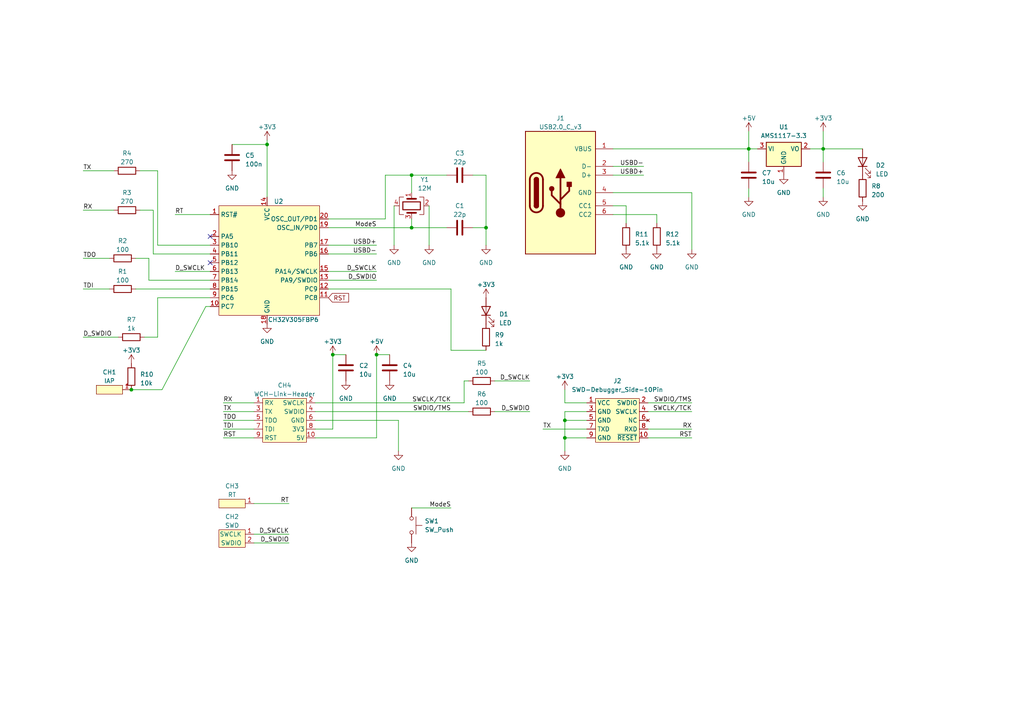
<source format=kicad_sch>
(kicad_sch (version 20230121) (generator eeschema)
  (paper "A4")
  (lib_symbols
    (symbol "$74th:1Pin"
      (property "Reference" "CH" (at 0 2.54 0))
      (property "Value" "1Pin" (at 0 5.08 0))
      (symbol "1Pin_0_1"
        (rectangle (start -3.81 1.27) (end 3.81 -1.27) (stroke (width 0.1524)) (fill (type background)))
      )
      (symbol "1Pin_1_1"
        (pin bidirectional line (at 6.35 0 180) (length 2.54) (name "") (number "1"))
      )
    )
    (symbol "$74th:CH32V305FBP6"
      (property "Reference" "U" (at 11.43 15.24 0))
      (property "Value" "CH32V305FBP6" (at 7.62 -19.05 0))
      (symbol "CH32V305FBP6_0_1"
        (rectangle (start -13.97 13.97) (end 15.24 -17.78) (fill (type background)))
      )
      (symbol "CH32V305FBP6_1_1"
        (pin input line (at -16.51 11.43 0) (length 2.54) (name "RST#") (number "1"))
        (pin bidirectional line (at -16.51 -15.24 0) (length 2.54) (name "PC7") (number "10"))
        (pin bidirectional line (at 17.78 -12.7 180) (length 2.54) (name "PC8") (number "11"))
        (pin bidirectional line (at 17.78 -10.16 180) (length 2.54) (name "PC9") (number "12"))
        (pin bidirectional line (at 17.78 -7.62 180) (length 2.54) (name "PA9/SWDIO") (number "13"))
        (pin power_in line (at 0 16.51 270) (length 2.54) (name "VCC") (number "14"))
        (pin bidirectional line (at 17.78 -5.08 180) (length 2.54) (name "PA14/SWCLK") (number "15"))
        (pin bidirectional line (at 17.78 0 180) (length 2.54) (name "PB6") (number "16"))
        (pin bidirectional line (at 17.78 2.54 180) (length 2.54) (name "PB7") (number "17"))
        (pin power_in line (at 0 -20.32 90) (length 2.54) (name "GND") (number "18"))
        (pin bidirectional line (at 17.78 7.62 180) (length 2.54) (name "OSC_IN/PD0") (number "19"))
        (pin bidirectional line (at -16.51 5.08 0) (length 2.54) (name "PA5") (number "2"))
        (pin bidirectional line (at 17.78 10.16 180) (length 2.54) (name "OSC_OUT/PD1") (number "20"))
        (pin bidirectional line (at -16.51 2.54 0) (length 2.54) (name "PB10") (number "3"))
        (pin bidirectional line (at -16.51 0 0) (length 2.54) (name "PB11") (number "4"))
        (pin bidirectional line (at -16.51 -2.54 0) (length 2.54) (name "PB12") (number "5"))
        (pin bidirectional line (at -16.51 -5.08 0) (length 2.54) (name "PB13") (number "6"))
        (pin bidirectional line (at -16.51 -7.62 0) (length 2.54) (name "PB14") (number "7"))
        (pin bidirectional line (at -16.51 -10.16 0) (length 2.54) (name "PB15") (number "8"))
        (pin bidirectional line (at -16.51 -12.7 0) (length 2.54) (name "PC6") (number "9"))
      )
    )
    (symbol "$74th:Oscillator_24GND" (pin_names (offset 1.016) hide)
      (property "Reference" "Y" (at 3.175 5.08 0))
      (property "Value" "Oscillator_24GND" (at 3.175 3.175 0))
      (symbol "Oscillator_24GND_0_1"
        (rectangle (start -1.143 2.54) (end 1.143 -2.54) (stroke (width 0.3048)))
        (polyline (pts (xy -2.54 0) (xy -2.032 0)))
        (polyline (pts (xy -2.032 -1.27) (xy -2.032 1.27)) (stroke (width 0.508)))
        (polyline (pts (xy 0 -3.81) (xy 0 -3.556)))
        (polyline (pts (xy 0 3.556) (xy 0 3.81)))
        (polyline (pts (xy 2.032 -1.27) (xy 2.032 1.27)) (stroke (width 0.508)))
        (polyline (pts (xy 2.032 0) (xy 2.54 0)))
        (polyline (pts (xy -2.54 -2.286) (xy -2.54 -3.556) (xy 2.54 -3.556) (xy 2.54 -2.286)))
        (polyline (pts (xy -2.54 2.286) (xy -2.54 3.556) (xy 2.54 3.556) (xy 2.54 2.286)))
      )
      (symbol "Oscillator_24GND_1_1"
        (pin passive line (at -3.81 0 0) (length 1.27) (name "1") (number "1"))
        (pin passive line (at 0 5.08 270) (length 1.27) (name "2") (number "2"))
        (pin passive line (at 3.81 0 180) (length 1.27) (name "3") (number "3"))
        (pin passive line (at 0 -5.08 90) (length 1.27) (name "4") (number "4"))
      )
    )
    (symbol "$74th:SWD" (pin_names (offset 1.016))
      (property "Reference" "CH" (at -2.54 5.08 0))
      (property "Value" "SWD" (at 1.27 5.08 0))
      (symbol "SWD_0_1"
        (rectangle (start -3.81 3.81) (end 3.81 -1.27) (fill (type background)))
      )
      (symbol "SWD_1_1"
        (pin input line (at 6.35 2.54 180) (length 2.54) (name "SWCLK") (number "1"))
        (pin input line (at 6.35 0 180) (length 2.54) (name "SWDIO") (number "2"))
      )
    )
    (symbol "$74th:SWD-Debugger_Side-10Pin"
      (property "Reference" "J" (at 0 7.62 0))
      (property "Value" "SWD-Debugger_Side-10Pin" (at 0 5.08 0))
      (symbol "SWD-Debugger_Side-10Pin_0_1"
        (rectangle (start -6.35 3.81) (end 6.35 -8.89) (fill (type background)))
      )
      (symbol "SWD-Debugger_Side-10Pin_1_1"
        (pin power_in line (at -8.89 2.54 0) (length 2.54) (name "VCC") (number "1"))
        (pin bidirectional line (at 8.89 -7.62 180) (length 2.54) (name "~{RESET}") (number "10"))
        (pin bidirectional line (at 8.89 2.54 180) (length 2.54) (name "SWDIO") (number "2"))
        (pin power_in line (at -8.89 0 0) (length 2.54) (name "GND") (number "3"))
        (pin input line (at 8.89 0 180) (length 2.54) (name "SWCLK") (number "4"))
        (pin power_in line (at -8.89 -2.54 0) (length 2.54) (name "GND") (number "5"))
        (pin no_connect line (at 8.89 -2.54 180) (length 2.54) (name "NC") (number "6"))
        (pin output line (at -8.89 -5.08 0) (length 2.54) (name "TXD") (number "7"))
        (pin input line (at 8.89 -5.08 180) (length 2.54) (name "RXD") (number "8"))
        (pin power_in line (at -8.89 -7.62 0) (length 2.54) (name "GND") (number "9"))
      )
    )
    (symbol "$74th:USB2.0_C_v3" (pin_names (offset 1.016))
      (property "Reference" "J" (at -10.16 19.05 0))
      (property "Value" "USB2.0_C_v3" (at 12.7 19.05 0))
      (symbol "USB2.0_C_v3_0_1"
        (rectangle (start -10.16 17.78) (end 10.16 -17.78) (stroke (width 0.254)) (fill (type background)))
        (arc (start -8.89 -3.81) (mid -6.985 -5.7067) (end -5.08 -3.81) (stroke (width 0.508)))
        (arc (start -7.62 -3.81) (mid -6.985 -4.4423) (end -6.35 -3.81) (stroke (width 0.254)))
        (arc (start -7.62 -3.81) (mid -6.985 -4.4423) (end -6.35 -3.81) (stroke (width 0.254)) (fill (type outline)))
        (rectangle (start -7.62 -3.81) (end -6.35 3.81) (stroke (width 0.254)) (fill (type outline)))
        (arc (start -6.35 3.81) (mid -6.985 4.4423) (end -7.62 3.81) (stroke (width 0.254)))
        (arc (start -6.35 3.81) (mid -6.985 4.4423) (end -7.62 3.81) (stroke (width 0.254)) (fill (type outline)))
        (arc (start -5.08 3.81) (mid -6.985 5.7067) (end -8.89 3.81) (stroke (width 0.508)))
        (circle (center -2.54 1.143) (radius 0.635) (stroke (width 0.254)) (fill (type outline)))
        (circle (center 0 -5.842) (radius 1.27) (fill (type outline)))
        (polyline (pts (xy -8.89 -3.81) (xy -8.89 3.81)) (stroke (width 0.508)))
        (polyline (pts (xy -5.08 3.81) (xy -5.08 -3.81)) (stroke (width 0.508)))
        (polyline (pts (xy 0 -5.842) (xy 0 4.318)) (stroke (width 0.508)))
        (polyline (pts (xy 0 -3.302) (xy -2.54 -0.762) (xy -2.54 0.508)) (stroke (width 0.508)))
        (polyline (pts (xy 0 -2.032) (xy 2.54 0.508) (xy 2.54 1.778)) (stroke (width 0.508)))
        (polyline (pts (xy -1.27 4.318) (xy 0 6.858) (xy 1.27 4.318) (xy -1.27 4.318)) (stroke (width 0.254)) (fill (type outline)))
        (rectangle (start 1.905 1.778) (end 3.175 3.048) (stroke (width 0.254)) (fill (type outline)))
      )
      (symbol "USB2.0_C_v3_1_1"
        (pin power_out line (at 15.24 12.7 180) (length 5.08) (name "VBUS") (number "1"))
        (pin bidirectional line (at 15.24 7.62 180) (length 5.08) (name "D-") (number "2"))
        (pin bidirectional line (at 15.24 5.08 180) (length 5.08) (name "D+") (number "3"))
        (pin power_out line (at 15.24 0 180) (length 5.08) (name "GND") (number "4"))
        (pin bidirectional line (at 15.24 -3.81 180) (length 5.08) (name "CC1") (number "5"))
        (pin bidirectional line (at 15.24 -6.35 180) (length 5.08) (name "CC2") (number "6"))
      )
    )
    (symbol "$74th:WCH-Link-Header"
      (property "Reference" "U" (at 0 10.16 0))
      (property "Value" "WCH-Link-Header" (at 0 7.62 0))
      (symbol "WCH-Link-Header_0_1"
        (rectangle (start -6.35 5.08) (end 6.35 -7.62) (fill (type background)))
      )
      (symbol "WCH-Link-Header_1_1"
        (pin input line (at -8.89 3.81 0) (length 2.54) (name "RX") (number "1"))
        (pin power_in line (at 8.89 -6.35 180) (length 2.54) (name "5V") (number "10"))
        (pin output line (at 8.89 3.81 180) (length 2.54) (name "SWCLK") (number "2"))
        (pin output line (at -8.89 1.27 0) (length 2.54) (name "TX") (number "3"))
        (pin bidirectional line (at 8.89 1.27 180) (length 2.54) (name "SWDIO") (number "4"))
        (pin output line (at -8.89 -1.27 0) (length 2.54) (name "TDO") (number "5"))
        (pin power_in line (at 8.89 -1.27 180) (length 2.54) (name "GND") (number "6"))
        (pin input line (at -8.89 -3.81 0) (length 2.54) (name "TDI") (number "7"))
        (pin power_in line (at 8.89 -3.81 180) (length 2.54) (name "3V3") (number "8"))
        (pin output line (at -8.89 -6.35 0) (length 2.54) (name "RST") (number "9"))
      )
    )
    (symbol "Device:C" (pin_numbers hide) (pin_names (offset 0.254))
      (property "Reference" "C" (at 0.635 2.54 0))
      (property "Value" "C" (at 0.635 -2.54 0))
      (symbol "C_0_1"
        (polyline (pts (xy -2.032 -0.762) (xy 2.032 -0.762)) (stroke (width 0.508)))
        (polyline (pts (xy -2.032 0.762) (xy 2.032 0.762)) (stroke (width 0.508)))
      )
      (symbol "C_1_1"
        (pin passive line (at 0 3.81 270) (length 2.794) (name "~") (number "1"))
        (pin passive line (at 0 -3.81 90) (length 2.794) (name "~") (number "2"))
      )
    )
    (symbol "Device:LED" (pin_numbers hide) (pin_names (offset 1.016) hide)
      (property "Reference" "D" (at 0 2.54 0))
      (property "Value" "LED" (at 0 -2.54 0))
      (symbol "LED_0_1"
        (polyline (pts (xy -1.27 -1.27) (xy -1.27 1.27)) (stroke (width 0.254)))
        (polyline (pts (xy -1.27 0) (xy 1.27 0)))
        (polyline (pts (xy 1.27 -1.27) (xy 1.27 1.27) (xy -1.27 0) (xy 1.27 -1.27)) (stroke (width 0.254)))
        (polyline (pts (xy -3.048 -0.762) (xy -4.572 -2.286) (xy -3.81 -2.286) (xy -4.572 -2.286) (xy -4.572 -1.524)))
        (polyline (pts (xy -1.778 -0.762) (xy -3.302 -2.286) (xy -2.54 -2.286) (xy -3.302 -2.286) (xy -3.302 -1.524)))
      )
      (symbol "LED_1_1"
        (pin passive line (at -3.81 0 0) (length 2.54) (name "K") (number "1"))
        (pin passive line (at 3.81 0 180) (length 2.54) (name "A") (number "2"))
      )
    )
    (symbol "Device:R" (pin_numbers hide) (pin_names (offset 0))
      (property "Reference" "R" (at 2.032 0 90))
      (property "Value" "R" (at 0 0 90))
      (symbol "R_0_1"
        (rectangle (start -1.016 -2.54) (end 1.016 2.54) (stroke (width 0.254)))
      )
      (symbol "R_1_1"
        (pin passive line (at 0 3.81 270) (length 1.27) (name "~") (number "1"))
        (pin passive line (at 0 -3.81 90) (length 1.27) (name "~") (number "2"))
      )
    )
    (symbol "Regulator_Linear:AMS1117-3.3"
      (property "Reference" "U" (at -3.81 3.175 0))
      (property "Value" "AMS1117-3.3" (at 0 3.175 0))
      (symbol "AMS1117-3.3_0_1"
        (rectangle (start -5.08 -5.08) (end 5.08 1.905) (stroke (width 0.254)) (fill (type background)))
      )
      (symbol "AMS1117-3.3_1_1"
        (pin power_in line (at 0 -7.62 90) (length 2.54) (name "GND") (number "1"))
        (pin power_out line (at 7.62 0 180) (length 2.54) (name "VO") (number "2"))
        (pin power_in line (at -7.62 0 0) (length 2.54) (name "VI") (number "3"))
      )
    )
    (symbol "Switch:SW_Push" (pin_numbers hide) (pin_names (offset 1.016) hide)
      (property "Reference" "SW" (at 1.27 2.54 0))
      (property "Value" "SW_Push" (at 0 -1.524 0))
      (symbol "SW_Push_0_1"
        (circle (center -2.032 0) (radius 0.508))
        (polyline (pts (xy 0 1.27) (xy 0 3.048)))
        (polyline (pts (xy 2.54 1.27) (xy -2.54 1.27)))
        (circle (center 2.032 0) (radius 0.508))
        (pin passive line (at -5.08 0 0) (length 2.54) (name "1") (number "1"))
        (pin passive line (at 5.08 0 180) (length 2.54) (name "2") (number "2"))
      )
    )
    (symbol "power:+3V3" (power) (pin_names (offset 0))
      (property "Value" "+3V3" (at 0 3.556 0))
      (symbol "+3V3_0_1"
        (polyline (pts (xy -0.762 1.27) (xy 0 2.54)))
        (polyline (pts (xy 0 0) (xy 0 2.54)))
        (polyline (pts (xy 0 2.54) (xy 0.762 1.27)))
      )
      (symbol "+3V3_1_1"
        (pin power_in line (at 0 0 90) (length 0) hide (name "+3V3") (number "1"))
      )
    )
    (symbol "power:+5V" (power) (pin_names (offset 0))
      (property "Value" "+5V" (at 0 3.556 0))
      (symbol "+5V_0_1"
        (polyline (pts (xy -0.762 1.27) (xy 0 2.54)))
        (polyline (pts (xy 0 0) (xy 0 2.54)))
        (polyline (pts (xy 0 2.54) (xy 0.762 1.27)))
      )
      (symbol "+5V_1_1"
        (pin power_in line (at 0 0 90) (length 0) hide (name "+5V") (number "1"))
      )
    )
    (symbol "power:GND" (power) (pin_names (offset 0))
      (property "Value" "GND" (at 0 -3.81 0))
      (symbol "GND_0_1"
        (polyline (pts (xy 0 0) (xy 0 -1.27) (xy 1.27 -1.27) (xy 0 -2.54) (xy -1.27 -1.27) (xy 0 -1.27)))
      )
      (symbol "GND_1_1"
        (pin power_in line (at 0 0 270) (length 0) hide (name "GND") (number "1"))
      )
    )
  )
  (junction (at 77.47 41.91))
  (junction (at 38.1 113.03))
  (junction (at 96.52 102.87))
  (junction (at 163.83 127))
  (junction (at 217.17 43.18))
  (junction (at 238.76 43.18))
  (junction (at 140.97 66.04))
  (junction (at 109.22 102.87))
  (junction (at 119.38 50.8))
  (junction (at 119.38 66.04))
  (junction (at 163.83 121.92))
  (no_connect (at 60.96 68.58))
  (no_connect (at 60.96 76.2))
  (wire (pts (xy 163.83 130.81) (xy 163.83 127)))
  (wire (pts (xy 187.96 124.46) (xy 200.66 124.46)))
  (wire (pts (xy 91.44 124.46) (xy 96.52 124.46)))
  (wire (pts (xy 177.8 59.69) (xy 181.61 59.69)))
  (wire (pts (xy 217.17 43.18) (xy 219.71 43.18)))
  (wire (pts (xy 95.25 83.82) (xy 130.81 83.82)))
  (wire (pts (xy 64.77 127) (xy 73.66 127)))
  (wire (pts (xy 95.25 71.12) (xy 109.22 71.12)))
  (wire (pts (xy 119.38 50.8) (xy 119.38 55.88)))
  (wire (pts (xy 111.76 50.8) (xy 111.76 63.5)))
  (wire (pts (xy 238.76 54.61) (xy 238.76 57.15)))
  (wire (pts (xy 114.3 59.69) (xy 114.3 71.12)))
  (wire (pts (xy 190.5 64.77) (xy 190.5 62.23)))
  (wire (pts (xy 40.64 60.96) (xy 44.45 60.96)))
  (wire (pts (xy 24.13 74.93) (xy 31.75 74.93)))
  (wire (pts (xy 234.95 43.18) (xy 238.76 43.18)))
  (wire (pts (xy 177.8 50.8) (xy 186.69 50.8)))
  (wire (pts (xy 64.77 124.46) (xy 73.66 124.46)))
  (wire (pts (xy 157.48 124.46) (xy 170.18 124.46)))
  (wire (pts (xy 24.13 83.82) (xy 31.75 83.82)))
  (wire (pts (xy 73.66 157.48) (xy 83.82 157.48)))
  (wire (pts (xy 134.62 116.84) (xy 134.62 110.49)))
  (wire (pts (xy 44.45 73.66) (xy 60.96 73.66)))
  (wire (pts (xy 163.83 119.38) (xy 170.18 119.38)))
  (wire (pts (xy 95.25 73.66) (xy 109.22 73.66)))
  (wire (pts (xy 91.44 119.38) (xy 135.89 119.38)))
  (wire (pts (xy 64.77 119.38) (xy 73.66 119.38)))
  (wire (pts (xy 39.37 83.82) (xy 60.96 83.82)))
  (wire (pts (xy 50.8 62.23) (xy 60.96 62.23)))
  (wire (pts (xy 187.96 116.84) (xy 200.66 116.84)))
  (wire (pts (xy 111.76 50.8) (xy 119.38 50.8)))
  (wire (pts (xy 217.17 38.1) (xy 217.17 43.18)))
  (wire (pts (xy 119.38 63.5) (xy 119.38 66.04)))
  (wire (pts (xy 64.77 121.92) (xy 73.66 121.92)))
  (wire (pts (xy 91.44 121.92) (xy 115.57 121.92)))
  (wire (pts (xy 95.25 63.5) (xy 111.76 63.5)))
  (wire (pts (xy 134.62 110.49) (xy 135.89 110.49)))
  (wire (pts (xy 77.47 41.91) (xy 77.47 57.15)))
  (wire (pts (xy 45.72 97.79) (xy 45.72 86.36)))
  (wire (pts (xy 38.1 113.03) (xy 46.99 113.03)))
  (wire (pts (xy 190.5 62.23) (xy 177.8 62.23)))
  (wire (pts (xy 96.52 102.87) (xy 96.52 124.46)))
  (wire (pts (xy 177.8 55.88) (xy 200.66 55.88)))
  (wire (pts (xy 119.38 50.8) (xy 129.54 50.8)))
  (wire (pts (xy 39.37 74.93) (xy 43.18 74.93)))
  (wire (pts (xy 163.83 127) (xy 170.18 127)))
  (wire (pts (xy 238.76 38.1) (xy 238.76 43.18)))
  (wire (pts (xy 200.66 55.88) (xy 200.66 72.39)))
  (wire (pts (xy 238.76 43.18) (xy 250.19 43.18)))
  (wire (pts (xy 187.96 119.38) (xy 200.66 119.38)))
  (wire (pts (xy 64.77 116.84) (xy 73.66 116.84)))
  (wire (pts (xy 119.38 147.32) (xy 130.81 147.32)))
  (wire (pts (xy 67.31 41.91) (xy 77.47 41.91)))
  (wire (pts (xy 24.13 49.53) (xy 33.02 49.53)))
  (wire (pts (xy 163.83 121.92) (xy 170.18 121.92)))
  (wire (pts (xy 59.69 88.9) (xy 46.99 113.03)))
  (wire (pts (xy 177.8 48.26) (xy 186.69 48.26)))
  (wire (pts (xy 43.18 74.93) (xy 43.18 81.28)))
  (wire (pts (xy 95.25 78.74) (xy 109.22 78.74)))
  (wire (pts (xy 119.38 66.04) (xy 129.54 66.04)))
  (wire (pts (xy 91.44 116.84) (xy 134.62 116.84)))
  (wire (pts (xy 143.51 110.49) (xy 153.67 110.49)))
  (wire (pts (xy 140.97 50.8) (xy 137.16 50.8)))
  (wire (pts (xy 130.81 83.82) (xy 130.81 101.6)))
  (wire (pts (xy 44.45 60.96) (xy 44.45 73.66)))
  (wire (pts (xy 91.44 127) (xy 109.22 127)))
  (wire (pts (xy 181.61 59.69) (xy 181.61 64.77)))
  (wire (pts (xy 217.17 54.61) (xy 217.17 57.15)))
  (wire (pts (xy 45.72 86.36) (xy 60.96 86.36)))
  (wire (pts (xy 143.51 119.38) (xy 153.67 119.38)))
  (wire (pts (xy 140.97 50.8) (xy 140.97 66.04)))
  (wire (pts (xy 43.18 81.28) (xy 60.96 81.28)))
  (wire (pts (xy 59.69 88.9) (xy 60.96 88.9)))
  (wire (pts (xy 113.03 102.87) (xy 109.22 102.87)))
  (wire (pts (xy 187.96 127) (xy 200.66 127)))
  (wire (pts (xy 115.57 121.92) (xy 115.57 130.81)))
  (wire (pts (xy 140.97 66.04) (xy 137.16 66.04)))
  (wire (pts (xy 177.8 43.18) (xy 217.17 43.18)))
  (wire (pts (xy 45.72 49.53) (xy 45.72 71.12)))
  (wire (pts (xy 163.83 127) (xy 163.83 121.92)))
  (wire (pts (xy 163.83 121.92) (xy 163.83 119.38)))
  (wire (pts (xy 238.76 43.18) (xy 238.76 46.99)))
  (wire (pts (xy 163.83 116.84) (xy 170.18 116.84)))
  (wire (pts (xy 109.22 102.87) (xy 109.22 127)))
  (wire (pts (xy 24.13 97.79) (xy 34.29 97.79)))
  (wire (pts (xy 217.17 43.18) (xy 217.17 46.99)))
  (wire (pts (xy 77.47 40.64) (xy 77.47 41.91)))
  (wire (pts (xy 100.33 102.87) (xy 96.52 102.87)))
  (wire (pts (xy 45.72 71.12) (xy 60.96 71.12)))
  (wire (pts (xy 50.8 78.74) (xy 60.96 78.74)))
  (wire (pts (xy 130.81 101.6) (xy 140.97 101.6)))
  (wire (pts (xy 41.91 97.79) (xy 45.72 97.79)))
  (wire (pts (xy 119.38 66.04) (xy 95.25 66.04)))
  (wire (pts (xy 124.46 59.69) (xy 124.46 71.12)))
  (wire (pts (xy 40.64 49.53) (xy 45.72 49.53)))
  (wire (pts (xy 73.66 146.05) (xy 83.82 146.05)))
  (wire (pts (xy 95.25 81.28) (xy 109.22 81.28)))
  (wire (pts (xy 140.97 66.04) (xy 140.97 71.12)))
  (wire (pts (xy 163.83 113.03) (xy 163.83 116.84)))
  (wire (pts (xy 73.66 154.94) (xy 83.82 154.94)))
  (wire (pts (xy 33.02 60.96) (xy 24.13 60.96)))
  (label "D_SWDIO" (at 24.13 97.79 0))
  (label "D_SWDIO" (at 153.67 119.38 180))
  (label "RT" (at 50.8 62.23 0))
  (label "RX" (at 200.66 124.46 180))
  (label "RST" (at 64.77 127 0))
  (label "SWCLK{slash}TCK" (at 200.66 119.38 180))
  (label "D_SWCLK" (at 83.82 154.94 180))
  (label "ModeS" (at 109.22 66.04 180))
  (label "D_SWCLK" (at 109.22 78.74 180))
  (label "TX" (at 24.13 49.53 0))
  (label "RT" (at 83.82 146.05 180))
  (label "USBD-" (at 109.22 73.66 180))
  (label "TDO" (at 64.77 121.92 0))
  (label "RX" (at 24.13 60.96 0))
  (label "USBD+" (at 186.69 50.8 180))
  (label "TX" (at 64.77 119.38 0))
  (label "USBD+" (at 109.22 71.12 180))
  (label "RX" (at 64.77 116.84 0))
  (label "D_SWCLK" (at 153.67 110.49 180))
  (label "ModeS" (at 130.81 147.32 180))
  (label "TX" (at 157.48 124.46 0))
  (label "USBD-" (at 186.69 48.26 180))
  (label "SWDIO{slash}TMS" (at 200.66 116.84 180))
  (label "SWCLK{slash}TCK" (at 130.81 116.84 180))
  (label "TDI" (at 24.13 83.82 0))
  (label "D_SWCLK" (at 50.8 78.74 0))
  (label "D_SWDIO" (at 109.22 81.28 180))
  (label "TDO" (at 24.13 74.93 0))
  (label "TDI" (at 64.77 124.46 0))
  (label "SWDIO{slash}TMS" (at 130.81 119.38 180))
  (label "RST" (at 200.66 127 180))
  (label "D_SWDIO" (at 83.82 157.48 180))
  (global_label "RST" (shape input) (at 95.25 86.36 0) (property "Intersheetrefs" "${INTERSHEET_REFS}" (effects hide)))
  (symbol (lib_id "$74th:1Pin") (at 67.31 146.05 0) (unit 1)
    (property "Reference" "CH3" (at 67.31 140.97 0))
    (property "Value" "RT" (at 67.31 143.51 0))
    (property "Footprint" "$74th:1Pin" (effects hide))
  )
  (symbol (lib_id "Device:R") (at 250.19 54.61 0) (unit 1)
    (property "Reference" "R8" (at 252.73 53.975 0) (effects (justify left)))
    (property "Value" "200" (at 252.73 56.515 0) (effects (justify left)))
    (property "Footprint" "$74th:Register_0603_1608" (effects hide))
  )
  (symbol (lib_id "$74th:SWD") (at 67.31 157.48 0) (unit 1)
    (property "Reference" "CH2" (at 67.31 149.86 0))
    (property "Value" "SWD" (at 67.31 152.4 0))
    (property "Footprint" "$74th:2Pin" (effects hide))
  )
  (symbol (lib_id "Device:C") (at 217.17 50.8 0) (unit 1)
    (property "Reference" "C7" (at 220.98 50.165 0) (effects (justify left)))
    (property "Value" "10u" (at 220.98 52.705 0) (effects (justify left)))
    (property "Footprint" "$74th:Capacitor_0603_1608" (effects hide))
  )
  (symbol (lib_id "Device:R") (at 139.7 110.49 270) (unit 1)
    (property "Reference" "R5" (at 139.7 105.41 90))
    (property "Value" "100" (at 139.7 107.95 90))
    (property "Footprint" "$74th:Register_0603_1608" (effects hide))
  )
  (symbol (lib_id "Device:R") (at 36.83 60.96 270) (unit 1)
    (property "Reference" "R3" (at 36.83 55.88 90))
    (property "Value" "270" (at 36.83 58.42 90))
    (property "Footprint" "$74th:Register_0603_1608" (effects hide))
  )
  (symbol (lib_id "power:GND") (at 217.17 57.15 0) (unit 1)
    (property "Reference" "#PWR013" (effects hide))
    (property "Value" "GND" (at 217.17 62.23 0))
  )
  (symbol (lib_id "$74th:1Pin") (at 31.75 113.03 0) (unit 1)
    (property "Reference" "CH1" (at 31.75 107.95 0))
    (property "Value" "IAP" (at 31.75 110.49 0))
    (property "Footprint" "$74th:1Pin" (effects hide))
  )
  (symbol (lib_id "Device:C") (at 133.35 66.04 270) (unit 1)
    (property "Reference" "C1" (at 133.35 59.69 90))
    (property "Value" "22p" (at 133.35 62.23 90))
    (property "Footprint" "$74th:Capacitor_0603_1608" (effects hide))
  )
  (symbol (lib_id "power:GND") (at 114.3 71.12 0) (unit 1)
    (property "Reference" "#PWR01" (effects hide))
    (property "Value" "GND" (at 114.3 76.2 0))
  )
  (symbol (lib_id "Device:C") (at 133.35 50.8 270) (unit 1)
    (property "Reference" "C3" (at 133.35 44.45 90))
    (property "Value" "22p" (at 133.35 46.99 90))
    (property "Footprint" "$74th:Capacitor_0603_1608" (effects hide))
  )
  (symbol (lib_id "power:+3V3") (at 238.76 38.1 0) (unit 1)
    (property "Reference" "#PWR018" (effects hide))
    (property "Value" "+3V3" (at 238.76 34.29 0))
  )
  (symbol (lib_id "power:GND") (at 67.31 49.53 0) (unit 1)
    (property "Reference" "#PWR010" (effects hide))
    (property "Value" "GND" (at 67.31 54.61 0))
  )
  (symbol (lib_id "power:+3V3") (at 140.97 86.36 0) (unit 1)
    (property "Reference" "#PWR09" (effects hide))
    (property "Value" "+3V3" (at 140.97 82.55 0))
  )
  (symbol (lib_id "Device:C") (at 238.76 50.8 0) (unit 1)
    (property "Reference" "C6" (at 242.57 50.165 0) (effects (justify left)))
    (property "Value" "10u" (at 242.57 52.705 0) (effects (justify left)))
    (property "Footprint" "$74th:Capacitor_0603_1608" (effects hide))
  )
  (symbol (lib_id "power:+5V") (at 109.22 102.87 0) (unit 1)
    (property "Reference" "#PWR06" (effects hide))
    (property "Value" "+5V" (at 109.22 99.06 0))
  )
  (symbol (lib_id "power:GND") (at 227.33 50.8 0) (unit 1)
    (property "Reference" "#PWR016" (effects hide))
    (property "Value" "GND" (at 227.33 55.88 0))
  )
  (symbol (lib_id "Switch:SW_Push") (at 119.38 152.4 270) (unit 1)
    (property "Reference" "SW1" (at 123.19 151.13 90) (effects (justify left)))
    (property "Value" "SW_Push" (at 123.19 153.67 90) (effects (justify left)))
    (property "Footprint" "$74th:SKRPABE010" (effects hide))
  )
  (symbol (lib_id "power:GND") (at 190.5 72.39 0) (unit 1)
    (property "Reference" "#PWR014" (effects hide))
    (property "Value" "GND" (at 190.5 77.47 0))
  )
  (symbol (lib_id "power:GND") (at 77.47 93.98 0) (unit 1)
    (property "Reference" "#PWR011" (effects hide))
    (property "Value" "GND" (at 77.47 99.06 0))
  )
  (symbol (lib_id "Device:C") (at 67.31 45.72 0) (unit 1)
    (property "Reference" "C5" (at 71.12 45.085 0) (effects (justify left)))
    (property "Value" "100n" (at 71.12 47.625 0) (effects (justify left)))
    (property "Footprint" "$74th:Capacitor_0603_1608" (effects hide))
  )
  (symbol (lib_id "power:+5V") (at 217.17 38.1 0) (unit 1)
    (property "Reference" "#PWR012" (effects hide))
    (property "Value" "+5V" (at 217.17 34.29 0))
  )
  (symbol (lib_id "power:GND") (at 250.19 58.42 0) (unit 1)
    (property "Reference" "#PWR020" (effects hide))
    (property "Value" "GND" (at 250.19 63.5 0))
  )
  (symbol (lib_id "power:+3V3") (at 38.1 105.41 0) (unit 1)
    (property "Reference" "#PWR04" (effects hide))
    (property "Value" "+3V3" (at 38.1 101.6 0))
  )
  (symbol (lib_id "Device:LED") (at 250.19 46.99 90) (unit 1)
    (property "Reference" "D2" (at 254 47.9425 90) (effects (justify right)))
    (property "Value" "LED" (at 254 50.4825 90) (effects (justify right)))
    (property "Footprint" "$74th:LED_0805_2012Metric_Pad1.15x1.40mm_HandSolder" (effects hide))
  )
  (symbol (lib_id "power:GND") (at 163.83 130.81 0) (mirror y) (unit 1)
    (property "Reference" "#PWR024" (effects hide))
    (property "Value" "GND" (at 163.83 135.89 0))
  )
  (symbol (lib_id "power:GND") (at 124.46 71.12 0) (unit 1)
    (property "Reference" "#PWR02" (effects hide))
    (property "Value" "GND" (at 124.46 76.2 0))
  )
  (symbol (lib_id "Device:R") (at 38.1 97.79 270) (unit 1)
    (property "Reference" "R7" (at 38.1 92.71 90))
    (property "Value" "1k" (at 38.1 95.25 90))
    (property "Footprint" "$74th:Register_0603_1608" (effects hide))
  )
  (symbol (lib_id "power:GND") (at 200.66 72.39 0) (unit 1)
    (property "Reference" "#PWR023" (effects hide))
    (property "Value" "GND" (at 200.66 77.47 0))
  )
  (symbol (lib_id "Device:R") (at 140.97 97.79 180) (unit 1)
    (property "Reference" "R9" (at 143.51 97.155 0) (effects (justify right)))
    (property "Value" "1k" (at 143.51 99.695 0) (effects (justify right)))
    (property "Footprint" "$74th:Register_0603_1608" (effects hide))
  )
  (symbol (lib_id "power:GND") (at 181.61 72.39 0) (unit 1)
    (property "Reference" "#PWR015" (effects hide))
    (property "Value" "GND" (at 181.61 77.47 0))
  )
  (symbol (lib_id "Device:R") (at 36.83 49.53 270) (unit 1)
    (property "Reference" "R4" (at 36.83 44.45 90))
    (property "Value" "270" (at 36.83 46.99 90))
    (property "Footprint" "$74th:Register_0603_1608" (effects hide))
  )
  (symbol (lib_id "$74th:USB2.0_C_v3") (at 162.56 55.88 0) (unit 1)
    (property "Reference" "J1" (at 162.56 34.29 0))
    (property "Value" "USB2.0_C_v3" (at 162.56 36.83 0))
    (property "Footprint" "$74th:USB-C-12-Pin-SMD" (effects hide))
    (property "Datasheet" "https://www.usb.org/sites/default/files/documents/usb_type-c.zip" (effects hide))
  )
  (symbol (lib_id "$74th:WCH-Link-Header") (at 82.55 120.65 0) (unit 1)
    (property "Reference" "CH4" (at 82.55 111.76 0))
    (property "Value" "WCH-Link-Header" (at 82.55 114.3 0))
    (property "Footprint" "$74th:Side-2x5P-PinHeader-Right" (effects hide))
  )
  (symbol (lib_id "Device:R") (at 139.7 119.38 270) (unit 1)
    (property "Reference" "R6" (at 139.7 114.3 90))
    (property "Value" "100" (at 139.7 116.84 90))
    (property "Footprint" "$74th:Register_0603_1608" (effects hide))
  )
  (symbol (lib_id "power:+3V3") (at 96.52 102.87 0) (unit 1)
    (property "Reference" "#PWR05" (effects hide))
    (property "Value" "+3V3" (at 96.52 99.06 0))
  )
  (symbol (lib_id "power:GND") (at 113.03 110.49 0) (unit 1)
    (property "Reference" "#PWR022" (effects hide))
    (property "Value" "GND" (at 113.03 115.57 0))
  )
  (symbol (lib_id "Regulator_Linear:AMS1117-3.3") (at 227.33 43.18 0) (unit 1)
    (property "Reference" "U1" (at 227.33 36.83 0))
    (property "Value" "AMS1117-3.3" (at 227.33 39.37 0))
    (property "Footprint" "Package_TO_SOT_SMD:SOT-223-3_TabPin2" (effects hide))
    (property "Datasheet" "http://www.advanced-monolithic.com/pdf/ds1117.pdf" (effects hide))
  )
  (symbol (lib_id "Device:R") (at 35.56 83.82 270) (unit 1)
    (property "Reference" "R1" (at 35.56 78.74 90))
    (property "Value" "100" (at 35.56 81.28 90))
    (property "Footprint" "$74th:Register_0603_1608" (effects hide))
  )
  (symbol (lib_id "power:GND") (at 238.76 57.15 0) (unit 1)
    (property "Reference" "#PWR017" (effects hide))
    (property "Value" "GND" (at 238.76 62.23 0))
  )
  (symbol (lib_id "Device:LED") (at 140.97 90.17 90) (unit 1)
    (property "Reference" "D1" (at 144.78 91.1225 90) (effects (justify right)))
    (property "Value" "LED" (at 144.78 93.6625 90) (effects (justify right)))
    (property "Footprint" "$74th:LED_0805_2012Metric_Pad1.15x1.40mm_HandSolder" (effects hide))
  )
  (symbol (lib_id "Device:R") (at 35.56 74.93 270) (unit 1)
    (property "Reference" "R2" (at 35.56 69.85 90))
    (property "Value" "100" (at 35.56 72.39 90))
    (property "Footprint" "$74th:Register_0603_1608" (effects hide))
  )
  (symbol (lib_id "Device:C") (at 100.33 106.68 180) (unit 1)
    (property "Reference" "C2" (at 104.14 106.045 0) (effects (justify right)))
    (property "Value" "10u" (at 104.14 108.585 0) (effects (justify right)))
    (property "Footprint" "$74th:Capacitor_0603_1608" (effects hide))
  )
  (symbol (lib_id "Device:R") (at 190.5 68.58 0) (unit 1)
    (property "Reference" "R12" (at 193.04 67.945 0) (effects (justify left)))
    (property "Value" "5.1k" (at 193.04 70.485 0) (effects (justify left)))
    (property "Footprint" "$74th:Register_0603_1608" (effects hide))
  )
  (symbol (lib_id "power:GND") (at 100.33 110.49 0) (unit 1)
    (property "Reference" "#PWR021" (effects hide))
    (property "Value" "GND" (at 100.33 115.57 0))
  )
  (symbol (lib_id "Device:R") (at 38.1 109.22 0) (unit 1)
    (property "Reference" "R10" (at 40.64 108.585 0) (effects (justify left)))
    (property "Value" "10k" (at 40.64 111.125 0) (effects (justify left)))
    (property "Footprint" "$74th:Register_0603_1608" (effects hide))
  )
  (symbol (lib_id "power:GND") (at 115.57 130.81 0) (unit 1)
    (property "Reference" "#PWR07" (effects hide))
    (property "Value" "GND" (at 115.57 135.89 0))
  )
  (symbol (lib_id "power:GND") (at 119.38 157.48 0) (mirror y) (unit 1)
    (property "Reference" "#PWR026" (effects hide))
    (property "Value" "GND" (at 119.38 162.56 0))
  )
  (symbol (lib_id "Device:C") (at 113.03 106.68 180) (unit 1)
    (property "Reference" "C4" (at 116.84 106.045 0) (effects (justify right)))
    (property "Value" "10u" (at 116.84 108.585 0) (effects (justify right)))
    (property "Footprint" "$74th:Capacitor_0603_1608" (effects hide))
  )
  (symbol (lib_id "power:+3V3") (at 77.47 40.64 0) (unit 1)
    (property "Reference" "#PWR08" (effects hide))
    (property "Value" "+3V3" (at 77.47 36.83 0))
  )
  (symbol (lib_id "power:GND") (at 140.97 71.12 0) (unit 1)
    (property "Reference" "#PWR03" (effects hide))
    (property "Value" "GND" (at 140.97 76.2 0))
  )
  (symbol (lib_id "$74th:CH32V305FBP6") (at 77.47 73.66 0) (unit 1)
    (property "Reference" "U2" (at 79.4259 58.42 0) (effects (justify left)))
    (property "Value" "CH32V305FBP6" (at 85.09 92.71 0))
    (property "Footprint" "Package_SO:TSSOP-20_4.4x6.5mm_P0.65mm" (effects hide))
  )
  (symbol (lib_id "power:+3V3") (at 163.83 113.03 0) (unit 1)
    (property "Reference" "#PWR025" (effects hide))
    (property "Value" "+3V3" (at 163.83 109.22 0))
  )
  (symbol (lib_id "Device:R") (at 181.61 68.58 0) (unit 1)
    (property "Reference" "R11" (at 184.15 67.945 0) (effects (justify left)))
    (property "Value" "5.1k" (at 184.15 70.485 0) (effects (justify left)))
    (property "Footprint" "$74th:Register_0603_1608" (effects hide))
  )
  (symbol (lib_id "$74th:Oscillator_24GND") (at 119.38 59.69 270) (unit 1)
    (property "Reference" "Y1" (at 123.19 52.07 90))
    (property "Value" "12M" (at 123.19 54.61 90))
    (property "Footprint" "$74th:Crystal_SMD_3225-4Pin_3.2x2.5mm_HandSoldering" (effects hide))
  )
  (symbol (lib_id "$74th:SWD-Debugger_Side-10Pin") (at 179.07 119.38 0) (unit 1)
    (property "Reference" "J2" (at 179.07 110.49 0))
    (property "Value" "SWD-Debugger_Side-10Pin" (at 179.07 113.03 0))
    (property "Footprint" "$74th:BoxPinHeader_2x05_P1.27mm_Vertical" (effects hide))
  )
)
</source>
